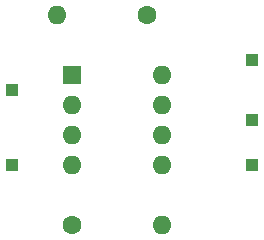
<source format=gbr>
G04 #@! TF.FileFunction,Copper,L1,Top,Signal*
%FSLAX46Y46*%
G04 Gerber Fmt 4.6, Leading zero omitted, Abs format (unit mm)*
G04 Created by KiCad (PCBNEW 4.0.7) date 01/25/19 00:29:59*
%MOMM*%
%LPD*%
G01*
G04 APERTURE LIST*
%ADD10C,0.100000*%
%ADD11R,1.000000X1.000000*%
%ADD12C,1.600000*%
%ADD13O,1.600000X1.600000*%
%ADD14R,1.600000X1.600000*%
G04 APERTURE END LIST*
D10*
D11*
X162560000Y-85090000D03*
X142240000Y-93980000D03*
X142240000Y-87630000D03*
X162560000Y-93980000D03*
X162560000Y-90170000D03*
D12*
X147320000Y-99060000D03*
D13*
X154940000Y-99060000D03*
D12*
X153670000Y-81280000D03*
D13*
X146050000Y-81280000D03*
D14*
X147320000Y-86360000D03*
D13*
X154940000Y-93980000D03*
X147320000Y-88900000D03*
X154940000Y-91440000D03*
X147320000Y-91440000D03*
X154940000Y-88900000D03*
X147320000Y-93980000D03*
X154940000Y-86360000D03*
M02*

</source>
